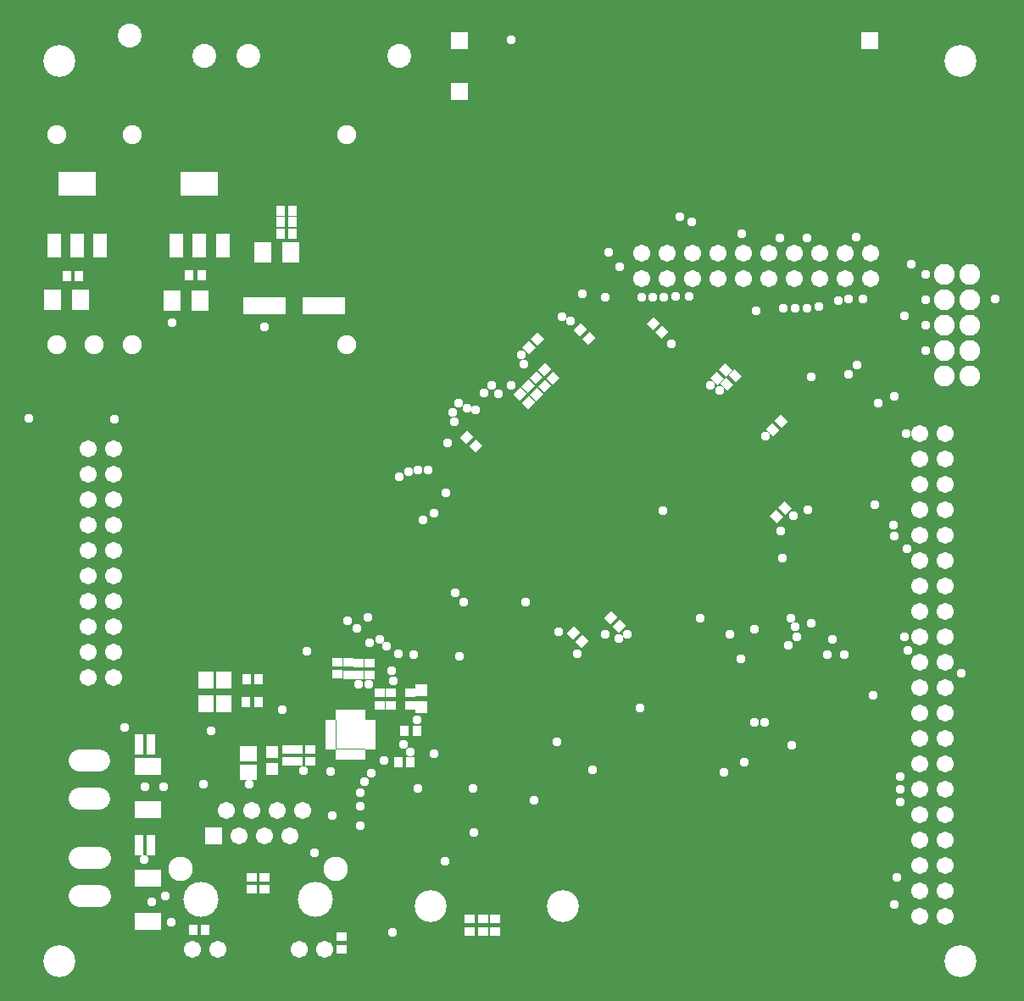
<source format=gbs>
G04 EAGLE Gerber RS-274X export*
G75*
%MOMM*%
%FSLAX34Y34*%
%LPD*%
%INSoldermask Bottom*%
%IPNEG*%
%AMOC8*
5,1,8,0,0,1.08239X$1,22.5*%
G01*
%ADD10C,3.203200*%
%ADD11R,1.711200X1.711200*%
%ADD12C,1.711200*%
%ADD13C,3.502200*%
%ADD14C,2.453200*%
%ADD15R,1.066800X0.508000*%
%ADD16R,0.508000X1.066800*%
%ADD17R,2.946400X2.946400*%
%ADD18R,1.003200X0.903200*%
%ADD19R,0.903200X1.003200*%
%ADD20R,1.603200X1.803200*%
%ADD21R,1.203200X1.303200*%
%ADD22R,1.703200X1.503200*%
%ADD23C,2.082800*%
%ADD24C,1.903200*%
%ADD25C,2.387600*%
%ADD26R,4.203200X1.703200*%
%ADD27R,1.803200X2.003200*%
%ADD28R,1.422400X2.438400*%
%ADD29R,3.803200X2.403200*%
%ADD30C,2.203200*%
%ADD31R,0.635000X1.727200*%
%ADD32C,0.959600*%


D10*
X50000Y950000D03*
X950000Y950000D03*
X950000Y50000D03*
X50000Y50000D03*
D11*
X204500Y175600D03*
D12*
X217200Y201000D03*
X229900Y175600D03*
X242650Y201000D03*
X255350Y175600D03*
X268100Y201000D03*
X280700Y175600D03*
X293450Y201000D03*
D13*
X306150Y112100D03*
X191850Y112100D03*
D12*
X182700Y62200D03*
X208100Y62200D03*
X289900Y62200D03*
X315300Y62200D03*
D14*
X171500Y142600D03*
X326500Y142600D03*
D15*
X321315Y264000D03*
X321315Y269000D03*
X321315Y274000D03*
X321315Y279000D03*
X321315Y284000D03*
X321315Y289000D03*
D16*
X328500Y296185D03*
X333500Y296185D03*
X338500Y296185D03*
X343500Y296185D03*
X348500Y296185D03*
X353500Y296185D03*
D15*
X360685Y289000D03*
X360685Y284000D03*
X360685Y279000D03*
X360685Y274000D03*
X360685Y269000D03*
X360685Y264000D03*
D16*
X353500Y256815D03*
X348500Y256815D03*
X343500Y256815D03*
X338500Y256815D03*
X333500Y256815D03*
X328500Y256815D03*
D17*
X341000Y276500D03*
D18*
X332100Y62200D03*
X332100Y74200D03*
D19*
X183700Y81400D03*
X195700Y81400D03*
D18*
X242600Y133700D03*
X242600Y121700D03*
X255400Y133700D03*
X255400Y121700D03*
D20*
X196500Y331100D03*
X214500Y331100D03*
X214500Y307100D03*
X196500Y307100D03*
D19*
X248700Y308900D03*
X236700Y308900D03*
X249200Y332100D03*
X237200Y332100D03*
D18*
X327600Y348700D03*
X327600Y336700D03*
D21*
X262620Y259110D03*
X262620Y242110D03*
D18*
X277900Y261800D03*
X277900Y249800D03*
X288200Y261800D03*
X288200Y249800D03*
X301000Y261800D03*
X301000Y249800D03*
D22*
X239200Y238800D03*
X239200Y257800D03*
D18*
X359600Y336200D03*
X359600Y348200D03*
X349400Y336200D03*
X349400Y348200D03*
X338610Y336400D03*
X338610Y348400D03*
D21*
X412000Y304000D03*
X412000Y321000D03*
D18*
X401000Y306000D03*
X401000Y318000D03*
X370000Y318000D03*
X370000Y306000D03*
X381000Y318000D03*
X381000Y306000D03*
D19*
X400500Y249000D03*
X388500Y249000D03*
X407000Y280000D03*
X395000Y280000D03*
D10*
X552659Y105000D03*
X421341Y105000D03*
D18*
G36*
X724707Y642164D02*
X731800Y635071D01*
X725413Y628684D01*
X718320Y635777D01*
X724707Y642164D01*
G37*
G36*
X716222Y633679D02*
X723315Y626586D01*
X716928Y620199D01*
X709835Y627292D01*
X716222Y633679D01*
G37*
G36*
X770908Y596697D02*
X778001Y589604D01*
X771614Y583217D01*
X764521Y590310D01*
X770908Y596697D01*
G37*
G36*
X762423Y588212D02*
X769516Y581119D01*
X763129Y574732D01*
X756036Y581825D01*
X762423Y588212D01*
G37*
G36*
X636773Y687156D02*
X643866Y694249D01*
X650253Y687862D01*
X643160Y680769D01*
X636773Y687156D01*
G37*
G36*
X645258Y678671D02*
X652351Y685764D01*
X658738Y679377D01*
X651645Y672284D01*
X645258Y678671D01*
G37*
G36*
X472496Y565521D02*
X465403Y558428D01*
X459016Y564815D01*
X466109Y571908D01*
X472496Y565521D01*
G37*
G36*
X464011Y574006D02*
X456918Y566913D01*
X450531Y573300D01*
X457624Y580393D01*
X464011Y574006D01*
G37*
G36*
X766703Y487875D02*
X759610Y494968D01*
X765997Y501355D01*
X773090Y494262D01*
X766703Y487875D01*
G37*
G36*
X775189Y496361D02*
X768096Y503454D01*
X774483Y509841D01*
X781576Y502748D01*
X775189Y496361D01*
G37*
G36*
X715592Y647879D02*
X722685Y640786D01*
X716298Y634399D01*
X709205Y641492D01*
X715592Y647879D01*
G37*
G36*
X707107Y639394D02*
X714200Y632301D01*
X707813Y625914D01*
X700720Y633007D01*
X707107Y639394D01*
G37*
G36*
X527339Y678727D02*
X534432Y671634D01*
X528045Y665247D01*
X520952Y672340D01*
X527339Y678727D01*
G37*
G36*
X518854Y670242D02*
X525947Y663149D01*
X519560Y656762D01*
X512467Y663855D01*
X518854Y670242D01*
G37*
G36*
X585683Y673048D02*
X578590Y665955D01*
X572203Y672342D01*
X579296Y679435D01*
X585683Y673048D01*
G37*
G36*
X577197Y681533D02*
X570104Y674440D01*
X563717Y680827D01*
X570810Y687920D01*
X577197Y681533D01*
G37*
G36*
X525362Y608802D02*
X518269Y601709D01*
X511882Y608096D01*
X518975Y615189D01*
X525362Y608802D01*
G37*
G36*
X516877Y617287D02*
X509784Y610194D01*
X503397Y616581D01*
X510490Y623674D01*
X516877Y617287D01*
G37*
G36*
X549848Y633249D02*
X542755Y626156D01*
X536368Y632543D01*
X543461Y639636D01*
X549848Y633249D01*
G37*
G36*
X541363Y641735D02*
X534270Y634642D01*
X527883Y641029D01*
X534976Y648122D01*
X541363Y641735D01*
G37*
D23*
X934000Y737000D03*
X959400Y737000D03*
X934000Y711600D03*
X959400Y711600D03*
X934000Y686200D03*
X959400Y686200D03*
X934000Y660800D03*
X959400Y660800D03*
X934000Y635400D03*
X959400Y635400D03*
D18*
G36*
X556587Y377881D02*
X563680Y384974D01*
X570067Y378587D01*
X562974Y371494D01*
X556587Y377881D01*
G37*
G36*
X565073Y369396D02*
X572166Y376489D01*
X578553Y370102D01*
X571460Y363009D01*
X565073Y369396D01*
G37*
G36*
X594381Y393004D02*
X601474Y400097D01*
X607861Y393710D01*
X600768Y386617D01*
X594381Y393004D01*
G37*
G36*
X602867Y384519D02*
X609960Y391612D01*
X616347Y385225D01*
X609254Y378132D01*
X602867Y384519D01*
G37*
G36*
X541583Y625310D02*
X534490Y618217D01*
X528103Y624604D01*
X535196Y631697D01*
X541583Y625310D01*
G37*
G36*
X533097Y633796D02*
X526004Y626703D01*
X519617Y633090D01*
X526710Y640183D01*
X533097Y633796D01*
G37*
G36*
X533668Y617010D02*
X526575Y609917D01*
X520188Y616304D01*
X527281Y623397D01*
X533668Y617010D01*
G37*
G36*
X525183Y625496D02*
X518090Y618403D01*
X511703Y624790D01*
X518796Y631883D01*
X525183Y625496D01*
G37*
D11*
X449400Y969860D03*
X449400Y919060D03*
X859400Y969860D03*
D12*
X631400Y732160D03*
X656800Y732160D03*
X682200Y732160D03*
X707600Y732160D03*
X733000Y732160D03*
X758400Y732160D03*
X783800Y732160D03*
X809200Y732160D03*
X834600Y732160D03*
X860000Y732160D03*
X860000Y757560D03*
X834600Y757560D03*
X809200Y757560D03*
X783800Y757560D03*
X758400Y757560D03*
X733000Y757560D03*
X707600Y757560D03*
X682200Y757560D03*
X656800Y757560D03*
X631400Y757560D03*
D24*
X47500Y876000D03*
X122500Y876000D03*
X47500Y666000D03*
X85000Y666000D03*
X122500Y666000D03*
X337500Y666000D03*
X337500Y876000D03*
D25*
X239000Y955000D03*
X390000Y955000D03*
X195000Y955000D03*
X120000Y975000D03*
D26*
X255000Y705000D03*
X314000Y705000D03*
D19*
X271000Y777000D03*
X283000Y777000D03*
X271000Y800000D03*
X283000Y800000D03*
D27*
X253000Y759000D03*
X281000Y759000D03*
D19*
X271000Y789000D03*
X283000Y789000D03*
X180000Y736000D03*
X192000Y736000D03*
D27*
X163000Y710000D03*
X191000Y710000D03*
D19*
X58000Y735000D03*
X70000Y735000D03*
D27*
X43000Y711000D03*
X71000Y711000D03*
D28*
X91114Y765012D03*
X68000Y765012D03*
X44886Y765012D03*
D29*
X68000Y826990D03*
D28*
X213114Y765012D03*
X190000Y765012D03*
X166886Y765012D03*
D29*
X190000Y826990D03*
D12*
X934700Y94700D03*
X909300Y94700D03*
X934700Y120100D03*
X909300Y120100D03*
X934700Y145500D03*
X909300Y145500D03*
X934700Y170900D03*
X909300Y170900D03*
X934700Y196300D03*
X909300Y196300D03*
X934700Y221700D03*
X909300Y221700D03*
X934700Y247100D03*
X909300Y247100D03*
X934700Y272500D03*
X909300Y272500D03*
X934700Y297900D03*
X909300Y297900D03*
X934700Y323300D03*
X909300Y323300D03*
X934700Y348700D03*
X909300Y348700D03*
X934700Y374100D03*
X909300Y374100D03*
X934700Y399500D03*
X909300Y399500D03*
X934700Y424900D03*
X909300Y424900D03*
X934700Y450300D03*
X909300Y450300D03*
X934700Y475700D03*
X909300Y475700D03*
X934700Y501100D03*
X909300Y501100D03*
X934700Y526500D03*
X909300Y526500D03*
X934700Y551900D03*
X909300Y551900D03*
X934700Y577300D03*
X909300Y577300D03*
X104700Y333700D03*
X79300Y333700D03*
X104700Y359100D03*
X79300Y359100D03*
X104700Y384500D03*
X79300Y384500D03*
X104700Y409900D03*
X79300Y409900D03*
X104700Y435300D03*
X79300Y435300D03*
X104700Y460700D03*
X79300Y460700D03*
X104700Y486100D03*
X79300Y486100D03*
X104700Y511500D03*
X79300Y511500D03*
X104700Y536900D03*
X79300Y536900D03*
X104700Y562300D03*
X79300Y562300D03*
D19*
X141600Y160900D03*
X129600Y160900D03*
X141500Y171300D03*
X129500Y171300D03*
D30*
X90400Y153600D02*
X70400Y153600D01*
X70400Y115500D02*
X90400Y115500D01*
D31*
X147950Y89383D03*
X141450Y89383D03*
X134950Y89383D03*
X128450Y89383D03*
X128450Y132817D03*
X134950Y132817D03*
X141450Y132817D03*
X147950Y132817D03*
D19*
X141700Y271900D03*
X129700Y271900D03*
X141500Y261400D03*
X129500Y261400D03*
D30*
X90300Y250500D02*
X70300Y250500D01*
X70300Y212400D02*
X90300Y212400D01*
D31*
X147950Y201283D03*
X141450Y201283D03*
X134950Y201283D03*
X128450Y201283D03*
X128450Y244717D03*
X134950Y244717D03*
X141450Y244717D03*
X147950Y244717D03*
D18*
X485000Y80000D03*
X485000Y92000D03*
X473500Y80000D03*
X473500Y92000D03*
X460000Y92000D03*
X460000Y80000D03*
D32*
X294000Y240500D03*
X323000Y195500D03*
X273000Y301500D03*
X383000Y78500D03*
X162000Y88500D03*
X202000Y280500D03*
X351000Y205000D03*
X464000Y179000D03*
X450000Y355000D03*
X436081Y518172D03*
X547000Y269000D03*
X720000Y377000D03*
X454000Y409000D03*
X782000Y266000D03*
X801000Y634000D03*
X524000Y211000D03*
X630000Y303000D03*
X567000Y357000D03*
X552000Y694000D03*
X653000Y500000D03*
X501000Y971000D03*
X240000Y226500D03*
X350300Y185700D03*
X690350Y392650D03*
X770224Y479776D03*
X755300Y574500D03*
X516000Y409000D03*
X549000Y379000D03*
X730844Y352422D03*
X514368Y646923D03*
X661000Y667000D03*
X709800Y620900D03*
X501800Y625600D03*
X437500Y568424D03*
X194300Y227000D03*
X105000Y592000D03*
X163000Y688000D03*
X984760Y712000D03*
X561000Y690000D03*
X617350Y377128D03*
X572800Y717000D03*
X407500Y291000D03*
X401000Y259000D03*
X382000Y340000D03*
X404400Y356700D03*
X389000Y356924D03*
X384000Y330000D03*
X393500Y267004D03*
X355000Y229500D03*
X351000Y218500D03*
X362000Y238000D03*
X358000Y394000D03*
X377088Y365000D03*
X349400Y326500D03*
X347000Y383000D03*
X360000Y368000D03*
X359500Y326600D03*
X338000Y390000D03*
X370000Y372000D03*
X374324Y250500D03*
X297000Y360000D03*
X488900Y617400D03*
X321000Y239500D03*
X435000Y150000D03*
X445476Y417976D03*
X424000Y257000D03*
X463194Y223000D03*
X772000Y453000D03*
X408000Y222500D03*
X20000Y593000D03*
X583000Y241000D03*
X666000Y715000D03*
X796850Y703150D03*
X797000Y773000D03*
X304850Y158150D03*
X915000Y736762D03*
X915000Y711600D03*
X744068Y381468D03*
X700253Y625860D03*
X915000Y660800D03*
X915000Y686200D03*
X511393Y656069D03*
X408350Y540650D03*
X424000Y498000D03*
X734000Y248912D03*
X887000Y134000D03*
X449000Y608000D03*
X444500Y589500D03*
X443200Y598500D03*
X418000Y541000D03*
X399000Y539000D03*
X390000Y534000D03*
X890000Y209000D03*
X894000Y374000D03*
X898000Y361000D03*
X413000Y491000D03*
X714000Y239000D03*
X884000Y107000D03*
X834000Y356576D03*
X817000Y356576D03*
X863000Y316000D03*
X951000Y338000D03*
X643088Y714000D03*
X828000Y710000D03*
X809000Y704000D03*
X654000Y714000D03*
X632000Y714000D03*
X853000Y712000D03*
X846000Y774000D03*
X599000Y759000D03*
X595000Y714000D03*
X610000Y744000D03*
X670000Y794000D03*
X457027Y603027D03*
X682100Y788788D03*
X466115Y601515D03*
X474485Y618100D03*
X482000Y626000D03*
X679000Y715000D03*
X798000Y501000D03*
X900624Y747100D03*
X732000Y777000D03*
X783000Y495000D03*
X893936Y695000D03*
X770000Y773000D03*
X746000Y700000D03*
X773000Y703000D03*
X838576Y712000D03*
X785000Y702424D03*
X255200Y684400D03*
X801000Y388000D03*
X890000Y234200D03*
X890000Y222000D03*
X785000Y384000D03*
X787000Y374000D03*
X781000Y393000D03*
X822000Y372000D03*
X778000Y366000D03*
X847000Y646000D03*
X884000Y615000D03*
X868000Y608000D03*
X838000Y637000D03*
X897000Y462000D03*
X883000Y486000D03*
X884000Y475000D03*
X865000Y506000D03*
X896000Y577000D03*
X595000Y376700D03*
X744000Y289000D03*
X608724Y372776D03*
X754600Y289100D03*
X156000Y115000D03*
X142000Y109000D03*
X134500Y151500D03*
X154000Y224000D03*
X136000Y224000D03*
X115083Y283717D03*
M02*

</source>
